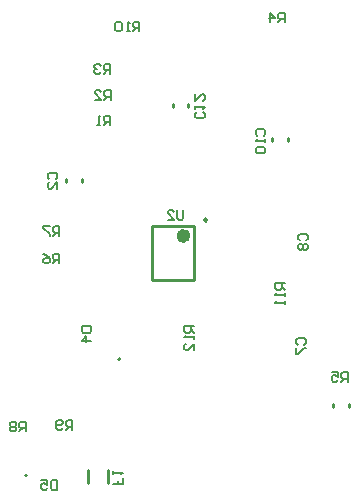
<source format=gbr>
%TF.GenerationSoftware,Altium Limited,Altium Designer,20.0.13 (296)*%
G04 Layer_Color=32896*
%FSLAX25Y25*%
%MOIN*%
%TF.FileFunction,Legend,Bot*%
%TF.Part,Single*%
G01*
G75*
%TA.AperFunction,NonConductor*%
%ADD40C,0.00787*%
%ADD41C,0.00984*%
%ADD42C,0.02362*%
%ADD43C,0.01000*%
D40*
X559425Y156295D02*
G03*
X559425Y156295I-394J0D01*
G01*
X528394Y117500D02*
G03*
X528394Y117500I-394J0D01*
G01*
X580469Y205980D02*
Y203315D01*
X579935Y202781D01*
X578869D01*
X578336Y203315D01*
Y205980D01*
X575137Y202781D02*
X577270D01*
X575137Y204914D01*
Y205447D01*
X575670Y205980D01*
X576736D01*
X577270Y205447D01*
X583967Y167260D02*
X580768D01*
Y165660D01*
X581302Y165127D01*
X582368D01*
X582901Y165660D01*
Y167260D01*
Y166193D02*
X583967Y165127D01*
Y164061D02*
Y162994D01*
Y163528D01*
X580768D01*
X581302Y164061D01*
X583967Y159262D02*
Y161395D01*
X581835Y159262D01*
X581302D01*
X580768Y159795D01*
Y160862D01*
X581302Y161395D01*
X614268Y181535D02*
X611069D01*
Y179935D01*
X611602Y179402D01*
X612669D01*
X613202Y179935D01*
Y181535D01*
Y180468D02*
X614268Y179402D01*
Y178336D02*
Y177269D01*
Y177802D01*
X611069D01*
X611602Y178336D01*
X614268Y175670D02*
Y174603D01*
Y175137D01*
X611069D01*
X611602Y175670D01*
X565787Y265565D02*
Y268764D01*
X564188D01*
X563655Y268231D01*
Y267165D01*
X564188Y266632D01*
X565787D01*
X564721D02*
X563655Y265565D01*
X562588D02*
X561522D01*
X562055D01*
Y268764D01*
X562588Y268231D01*
X559923D02*
X559389Y268764D01*
X558323D01*
X557790Y268231D01*
Y266098D01*
X558323Y265565D01*
X559389D01*
X559923Y266098D01*
Y268231D01*
X543465Y132721D02*
Y135920D01*
X541866D01*
X541333Y135387D01*
Y134321D01*
X541866Y133787D01*
X543465D01*
X542399D02*
X541333Y132721D01*
X540266Y133254D02*
X539733Y132721D01*
X538667D01*
X538134Y133254D01*
Y135387D01*
X538667Y135920D01*
X539733D01*
X540266Y135387D01*
Y134854D01*
X539733Y134321D01*
X538134D01*
X527879Y132186D02*
Y135385D01*
X526279D01*
X525746Y134852D01*
Y133786D01*
X526279Y133253D01*
X527879D01*
X526813D02*
X525746Y132186D01*
X524680Y134852D02*
X524147Y135385D01*
X523081D01*
X522547Y134852D01*
Y134319D01*
X523081Y133786D01*
X522547Y133253D01*
Y132719D01*
X523081Y132186D01*
X524147D01*
X524680Y132719D01*
Y133253D01*
X524147Y133786D01*
X524680Y134319D01*
Y134852D01*
X524147Y133786D02*
X523081D01*
X539111Y197374D02*
Y200573D01*
X537511D01*
X536978Y200040D01*
Y198973D01*
X537511Y198440D01*
X539111D01*
X538045D02*
X536978Y197374D01*
X535912Y200573D02*
X533779D01*
Y200040D01*
X535912Y197907D01*
Y197374D01*
X539007Y188239D02*
Y191438D01*
X537408D01*
X536875Y190905D01*
Y189839D01*
X537408Y189306D01*
X539007D01*
X537941D02*
X536875Y188239D01*
X533676Y191438D02*
X534742Y190905D01*
X535808Y189839D01*
Y188773D01*
X535275Y188239D01*
X534209D01*
X533676Y188773D01*
Y189306D01*
X534209Y189839D01*
X535808D01*
X635166Y148722D02*
Y151921D01*
X633566D01*
X633033Y151388D01*
Y150322D01*
X633566Y149789D01*
X635166D01*
X634099D02*
X633033Y148722D01*
X629834Y151921D02*
X631967D01*
Y150322D01*
X630900Y150855D01*
X630367D01*
X629834Y150322D01*
Y149256D01*
X630367Y148722D01*
X631434D01*
X631967Y149256D01*
X614199Y268533D02*
Y271732D01*
X612600D01*
X612067Y271199D01*
Y270133D01*
X612600Y269600D01*
X614199D01*
X613133D02*
X612067Y268533D01*
X609401D02*
Y271732D01*
X611000Y270133D01*
X608868D01*
X556053Y251444D02*
Y254643D01*
X554453D01*
X553920Y254110D01*
Y253043D01*
X554453Y252510D01*
X556053D01*
X554986D02*
X553920Y251444D01*
X552854Y254110D02*
X552321Y254643D01*
X551254D01*
X550721Y254110D01*
Y253576D01*
X551254Y253043D01*
X551787D01*
X551254D01*
X550721Y252510D01*
Y251977D01*
X551254Y251444D01*
X552321D01*
X552854Y251977D01*
X556145Y242676D02*
Y245875D01*
X554545D01*
X554012Y245342D01*
Y244275D01*
X554545Y243742D01*
X556145D01*
X555078D02*
X554012Y242676D01*
X550813D02*
X552946D01*
X550813Y244809D01*
Y245342D01*
X551346Y245875D01*
X552413D01*
X552946Y245342D01*
X555993Y234222D02*
Y237421D01*
X554393D01*
X553860Y236888D01*
Y235822D01*
X554393Y235289D01*
X555993D01*
X554926D02*
X553860Y234222D01*
X552794D02*
X551727D01*
X552261D01*
Y237421D01*
X552794Y236888D01*
X560305Y116744D02*
Y114611D01*
X558706D01*
Y115677D01*
Y114611D01*
X557106D01*
Y117810D02*
Y118876D01*
Y118343D01*
X560305D01*
X559772Y117810D01*
X538296Y115897D02*
Y112698D01*
X536696D01*
X536163Y113231D01*
Y115364D01*
X536696Y115897D01*
X538296D01*
X532964D02*
X535097D01*
Y114298D01*
X534030Y114831D01*
X533497D01*
X532964Y114298D01*
Y113231D01*
X533497Y112698D01*
X534563D01*
X535097Y113231D01*
X546488Y167194D02*
X549687D01*
Y165594D01*
X549154Y165061D01*
X547021D01*
X546488Y165594D01*
Y167194D01*
X549687Y162395D02*
X546488D01*
X548087Y163995D01*
Y161862D01*
X587086Y238665D02*
X587619Y238131D01*
Y237065D01*
X587086Y236532D01*
X584953D01*
X584420Y237065D01*
Y238131D01*
X584953Y238665D01*
X584420Y239731D02*
Y240797D01*
Y240264D01*
X587619D01*
X587086Y239731D01*
X584420Y244529D02*
Y242397D01*
X586553Y244529D01*
X587086D01*
X587619Y243996D01*
Y242930D01*
X587086Y242397D01*
X605065Y230732D02*
X604532Y231265D01*
Y232331D01*
X605065Y232865D01*
X607198D01*
X607731Y232331D01*
Y231265D01*
X607198Y230732D01*
X607731Y229666D02*
Y228599D01*
Y229133D01*
X604532D01*
X605065Y229666D01*
Y227000D02*
X604532Y226467D01*
Y225400D01*
X605065Y224867D01*
X607198D01*
X607731Y225400D01*
Y226467D01*
X607198Y227000D01*
X605065D01*
X619178Y195832D02*
X618645Y196365D01*
Y197431D01*
X619178Y197964D01*
X621311D01*
X621844Y197431D01*
Y196365D01*
X621311Y195832D01*
X619178Y194765D02*
X618645Y194232D01*
Y193166D01*
X619178Y192633D01*
X619711D01*
X620244Y193166D01*
X620777Y192633D01*
X621311D01*
X621844Y193166D01*
Y194232D01*
X621311Y194765D01*
X620777D01*
X620244Y194232D01*
X619711Y194765D01*
X619178D01*
X620244Y194232D02*
Y193166D01*
X618645Y161036D02*
X618112Y161569D01*
Y162635D01*
X618645Y163168D01*
X620778D01*
X621311Y162635D01*
Y161569D01*
X620778Y161036D01*
X618112Y159969D02*
Y157836D01*
X618645D01*
X620778Y159969D01*
X621311D01*
X535772Y216252D02*
X535239Y216785D01*
Y217851D01*
X535772Y218385D01*
X537905D01*
X538438Y217851D01*
Y216785D01*
X537905Y216252D01*
X538438Y213053D02*
Y215186D01*
X536305Y213053D01*
X535772D01*
X535239Y213586D01*
Y214652D01*
X535772Y215186D01*
D41*
X588357Y202645D02*
G03*
X588357Y202645I-492J0D01*
G01*
D42*
X581632Y197337D02*
G03*
X581632Y197337I-1181J0D01*
G01*
D43*
X541430Y215456D02*
Y216456D01*
X546630Y215456D02*
Y216456D01*
X583851Y182697D02*
Y200617D01*
X569851Y182697D02*
X583851D01*
X569851D02*
Y200617D01*
X583851D01*
X555400Y114835D02*
Y119165D01*
X548600Y114835D02*
Y119165D01*
X576926Y240295D02*
Y241295D01*
X582126Y240295D02*
Y241295D01*
X615321Y229051D02*
Y230051D01*
X610121Y229051D02*
Y230051D01*
X630400Y140358D02*
Y141358D01*
X635600Y140358D02*
Y141358D01*
%TF.MD5,c41239d992cac413161ff525c4d54db1*%
M02*

</source>
